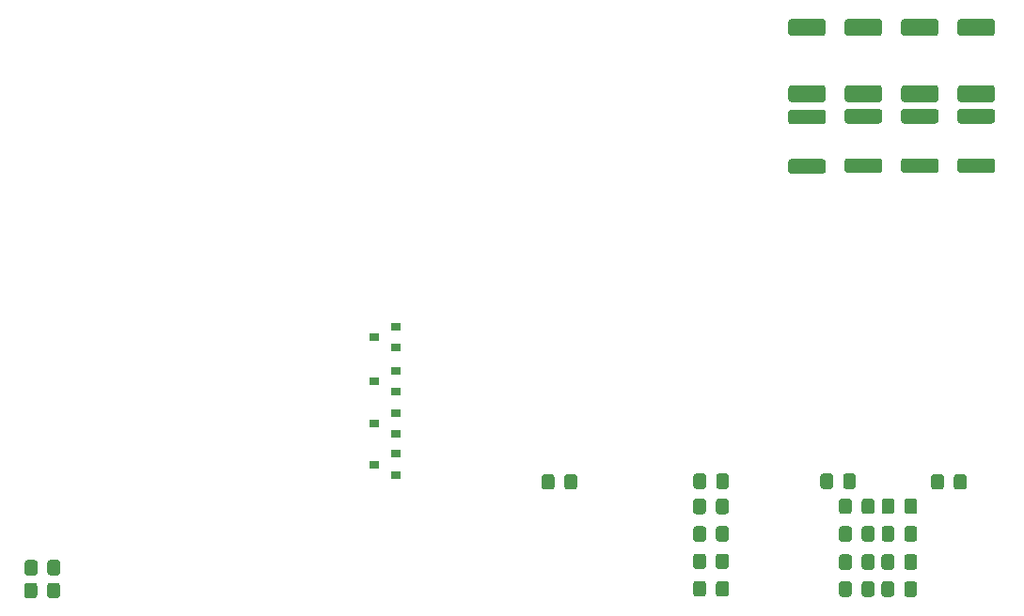
<source format=gbr>
G04 #@! TF.GenerationSoftware,KiCad,Pcbnew,(5.1.6)-1*
G04 #@! TF.CreationDate,2021-10-23T11:58:58+02:00*
G04 #@! TF.ProjectId,hamodule,68616d6f-6475-46c6-952e-6b696361645f,rev?*
G04 #@! TF.SameCoordinates,Original*
G04 #@! TF.FileFunction,Paste,Top*
G04 #@! TF.FilePolarity,Positive*
%FSLAX46Y46*%
G04 Gerber Fmt 4.6, Leading zero omitted, Abs format (unit mm)*
G04 Created by KiCad (PCBNEW (5.1.6)-1) date 2021-10-23 11:58:58*
%MOMM*%
%LPD*%
G01*
G04 APERTURE LIST*
%ADD10R,0.900000X0.800000*%
G04 APERTURE END LIST*
G36*
G01*
X193519100Y-131171101D02*
X193519100Y-130271099D01*
G75*
G02*
X193769099Y-130021100I249999J0D01*
G01*
X194419101Y-130021100D01*
G75*
G02*
X194669100Y-130271099I0J-249999D01*
G01*
X194669100Y-131171101D01*
G75*
G02*
X194419101Y-131421100I-249999J0D01*
G01*
X193769099Y-131421100D01*
G75*
G02*
X193519100Y-131171101I0J249999D01*
G01*
G37*
G36*
G01*
X191469100Y-131171101D02*
X191469100Y-130271099D01*
G75*
G02*
X191719099Y-130021100I249999J0D01*
G01*
X192369101Y-130021100D01*
G75*
G02*
X192619100Y-130271099I0J-249999D01*
G01*
X192619100Y-131171101D01*
G75*
G02*
X192369101Y-131421100I-249999J0D01*
G01*
X191719099Y-131421100D01*
G75*
G02*
X191469100Y-131171101I0J249999D01*
G01*
G37*
G36*
G01*
X120198300Y-136708301D02*
X120198300Y-135808299D01*
G75*
G02*
X120448299Y-135558300I249999J0D01*
G01*
X121098301Y-135558300D01*
G75*
G02*
X121348300Y-135808299I0J-249999D01*
G01*
X121348300Y-136708301D01*
G75*
G02*
X121098301Y-136958300I-249999J0D01*
G01*
X120448299Y-136958300D01*
G75*
G02*
X120198300Y-136708301I0J249999D01*
G01*
G37*
G36*
G01*
X118148300Y-136708301D02*
X118148300Y-135808299D01*
G75*
G02*
X118398299Y-135558300I249999J0D01*
G01*
X119048301Y-135558300D01*
G75*
G02*
X119298300Y-135808299I0J-249999D01*
G01*
X119298300Y-136708301D01*
G75*
G02*
X119048301Y-136958300I-249999J0D01*
G01*
X118398299Y-136958300D01*
G75*
G02*
X118148300Y-136708301I0J249999D01*
G01*
G37*
G36*
G01*
X119272900Y-137865699D02*
X119272900Y-138765701D01*
G75*
G02*
X119022901Y-139015700I-249999J0D01*
G01*
X118372899Y-139015700D01*
G75*
G02*
X118122900Y-138765701I0J249999D01*
G01*
X118122900Y-137865699D01*
G75*
G02*
X118372899Y-137615700I249999J0D01*
G01*
X119022901Y-137615700D01*
G75*
G02*
X119272900Y-137865699I0J-249999D01*
G01*
G37*
G36*
G01*
X121322900Y-137865699D02*
X121322900Y-138765701D01*
G75*
G02*
X121072901Y-139015700I-249999J0D01*
G01*
X120422899Y-139015700D01*
G75*
G02*
X120172900Y-138765701I0J249999D01*
G01*
X120172900Y-137865699D01*
G75*
G02*
X120422899Y-137615700I249999J0D01*
G01*
X121072901Y-137615700D01*
G75*
G02*
X121322900Y-137865699I0J-249999D01*
G01*
G37*
G36*
G01*
X200908500Y-128073999D02*
X200908500Y-128974001D01*
G75*
G02*
X200658501Y-129224000I-249999J0D01*
G01*
X200008499Y-129224000D01*
G75*
G02*
X199758500Y-128974001I0J249999D01*
G01*
X199758500Y-128073999D01*
G75*
G02*
X200008499Y-127824000I249999J0D01*
G01*
X200658501Y-127824000D01*
G75*
G02*
X200908500Y-128073999I0J-249999D01*
G01*
G37*
G36*
G01*
X202958500Y-128073999D02*
X202958500Y-128974001D01*
G75*
G02*
X202708501Y-129224000I-249999J0D01*
G01*
X202058499Y-129224000D01*
G75*
G02*
X201808500Y-128974001I0J249999D01*
G01*
X201808500Y-128073999D01*
G75*
G02*
X202058499Y-127824000I249999J0D01*
G01*
X202708501Y-127824000D01*
G75*
G02*
X202958500Y-128073999I0J-249999D01*
G01*
G37*
G36*
G01*
X190930000Y-128010499D02*
X190930000Y-128910501D01*
G75*
G02*
X190680001Y-129160500I-249999J0D01*
G01*
X190029999Y-129160500D01*
G75*
G02*
X189780000Y-128910501I0J249999D01*
G01*
X189780000Y-128010499D01*
G75*
G02*
X190029999Y-127760500I249999J0D01*
G01*
X190680001Y-127760500D01*
G75*
G02*
X190930000Y-128010499I0J-249999D01*
G01*
G37*
G36*
G01*
X192980000Y-128010499D02*
X192980000Y-128910501D01*
G75*
G02*
X192730001Y-129160500I-249999J0D01*
G01*
X192079999Y-129160500D01*
G75*
G02*
X191830000Y-128910501I0J249999D01*
G01*
X191830000Y-128010499D01*
G75*
G02*
X192079999Y-127760500I249999J0D01*
G01*
X192730001Y-127760500D01*
G75*
G02*
X192980000Y-128010499I0J-249999D01*
G01*
G37*
G36*
G01*
X165847500Y-128073999D02*
X165847500Y-128974001D01*
G75*
G02*
X165597501Y-129224000I-249999J0D01*
G01*
X164947499Y-129224000D01*
G75*
G02*
X164697500Y-128974001I0J249999D01*
G01*
X164697500Y-128073999D01*
G75*
G02*
X164947499Y-127824000I249999J0D01*
G01*
X165597501Y-127824000D01*
G75*
G02*
X165847500Y-128073999I0J-249999D01*
G01*
G37*
G36*
G01*
X167897500Y-128073999D02*
X167897500Y-128974001D01*
G75*
G02*
X167647501Y-129224000I-249999J0D01*
G01*
X166997499Y-129224000D01*
G75*
G02*
X166747500Y-128974001I0J249999D01*
G01*
X166747500Y-128073999D01*
G75*
G02*
X166997499Y-127824000I249999J0D01*
G01*
X167647501Y-127824000D01*
G75*
G02*
X167897500Y-128073999I0J-249999D01*
G01*
G37*
G36*
G01*
X179500000Y-128010499D02*
X179500000Y-128910501D01*
G75*
G02*
X179250001Y-129160500I-249999J0D01*
G01*
X178599999Y-129160500D01*
G75*
G02*
X178350000Y-128910501I0J249999D01*
G01*
X178350000Y-128010499D01*
G75*
G02*
X178599999Y-127760500I249999J0D01*
G01*
X179250001Y-127760500D01*
G75*
G02*
X179500000Y-128010499I0J-249999D01*
G01*
G37*
G36*
G01*
X181550000Y-128010499D02*
X181550000Y-128910501D01*
G75*
G02*
X181300001Y-129160500I-249999J0D01*
G01*
X180649999Y-129160500D01*
G75*
G02*
X180400000Y-128910501I0J249999D01*
G01*
X180400000Y-128010499D01*
G75*
G02*
X180649999Y-127760500I249999J0D01*
G01*
X181300001Y-127760500D01*
G75*
G02*
X181550000Y-128010499I0J-249999D01*
G01*
G37*
G36*
G01*
X193519100Y-133660301D02*
X193519100Y-132760299D01*
G75*
G02*
X193769099Y-132510300I249999J0D01*
G01*
X194419101Y-132510300D01*
G75*
G02*
X194669100Y-132760299I0J-249999D01*
G01*
X194669100Y-133660301D01*
G75*
G02*
X194419101Y-133910300I-249999J0D01*
G01*
X193769099Y-133910300D01*
G75*
G02*
X193519100Y-133660301I0J249999D01*
G01*
G37*
G36*
G01*
X191469100Y-133660301D02*
X191469100Y-132760299D01*
G75*
G02*
X191719099Y-132510300I249999J0D01*
G01*
X192369101Y-132510300D01*
G75*
G02*
X192619100Y-132760299I0J-249999D01*
G01*
X192619100Y-133660301D01*
G75*
G02*
X192369101Y-133910300I-249999J0D01*
G01*
X191719099Y-133910300D01*
G75*
G02*
X191469100Y-133660301I0J249999D01*
G01*
G37*
G36*
G01*
X193519100Y-136200301D02*
X193519100Y-135300299D01*
G75*
G02*
X193769099Y-135050300I249999J0D01*
G01*
X194419101Y-135050300D01*
G75*
G02*
X194669100Y-135300299I0J-249999D01*
G01*
X194669100Y-136200301D01*
G75*
G02*
X194419101Y-136450300I-249999J0D01*
G01*
X193769099Y-136450300D01*
G75*
G02*
X193519100Y-136200301I0J249999D01*
G01*
G37*
G36*
G01*
X191469100Y-136200301D02*
X191469100Y-135300299D01*
G75*
G02*
X191719099Y-135050300I249999J0D01*
G01*
X192369101Y-135050300D01*
G75*
G02*
X192619100Y-135300299I0J-249999D01*
G01*
X192619100Y-136200301D01*
G75*
G02*
X192369101Y-136450300I-249999J0D01*
G01*
X191719099Y-136450300D01*
G75*
G02*
X191469100Y-136200301I0J249999D01*
G01*
G37*
G36*
G01*
X193519100Y-138638701D02*
X193519100Y-137738699D01*
G75*
G02*
X193769099Y-137488700I249999J0D01*
G01*
X194419101Y-137488700D01*
G75*
G02*
X194669100Y-137738699I0J-249999D01*
G01*
X194669100Y-138638701D01*
G75*
G02*
X194419101Y-138888700I-249999J0D01*
G01*
X193769099Y-138888700D01*
G75*
G02*
X193519100Y-138638701I0J249999D01*
G01*
G37*
G36*
G01*
X191469100Y-138638701D02*
X191469100Y-137738699D01*
G75*
G02*
X191719099Y-137488700I249999J0D01*
G01*
X192369101Y-137488700D01*
G75*
G02*
X192619100Y-137738699I0J-249999D01*
G01*
X192619100Y-138638701D01*
G75*
G02*
X192369101Y-138888700I-249999J0D01*
G01*
X191719099Y-138888700D01*
G75*
G02*
X191469100Y-138638701I0J249999D01*
G01*
G37*
D10*
X149606000Y-126943500D03*
X151606000Y-125993500D03*
X151606000Y-127893500D03*
X149606000Y-123243500D03*
X151606000Y-122293500D03*
X151606000Y-124193500D03*
X149606000Y-119443500D03*
X151606000Y-118493500D03*
X151606000Y-120393500D03*
X149606000Y-115443000D03*
X151606000Y-114493000D03*
X151606000Y-116393000D03*
G36*
G01*
X202377500Y-99355500D02*
X205277500Y-99355500D01*
G75*
G02*
X205527500Y-99605500I0J-250000D01*
G01*
X205527500Y-100405500D01*
G75*
G02*
X205277500Y-100655500I-250000J0D01*
G01*
X202377500Y-100655500D01*
G75*
G02*
X202127500Y-100405500I0J250000D01*
G01*
X202127500Y-99605500D01*
G75*
G02*
X202377500Y-99355500I250000J0D01*
G01*
G37*
G36*
G01*
X202377500Y-94905500D02*
X205277500Y-94905500D01*
G75*
G02*
X205527500Y-95155500I0J-250000D01*
G01*
X205527500Y-95955500D01*
G75*
G02*
X205277500Y-96205500I-250000J0D01*
G01*
X202377500Y-96205500D01*
G75*
G02*
X202127500Y-95955500I0J250000D01*
G01*
X202127500Y-95155500D01*
G75*
G02*
X202377500Y-94905500I250000J0D01*
G01*
G37*
G36*
G01*
X197297500Y-99355500D02*
X200197500Y-99355500D01*
G75*
G02*
X200447500Y-99605500I0J-250000D01*
G01*
X200447500Y-100405500D01*
G75*
G02*
X200197500Y-100655500I-250000J0D01*
G01*
X197297500Y-100655500D01*
G75*
G02*
X197047500Y-100405500I0J250000D01*
G01*
X197047500Y-99605500D01*
G75*
G02*
X197297500Y-99355500I250000J0D01*
G01*
G37*
G36*
G01*
X197297500Y-94905500D02*
X200197500Y-94905500D01*
G75*
G02*
X200447500Y-95155500I0J-250000D01*
G01*
X200447500Y-95955500D01*
G75*
G02*
X200197500Y-96205500I-250000J0D01*
G01*
X197297500Y-96205500D01*
G75*
G02*
X197047500Y-95955500I0J250000D01*
G01*
X197047500Y-95155500D01*
G75*
G02*
X197297500Y-94905500I250000J0D01*
G01*
G37*
G36*
G01*
X192217500Y-99355500D02*
X195117500Y-99355500D01*
G75*
G02*
X195367500Y-99605500I0J-250000D01*
G01*
X195367500Y-100405500D01*
G75*
G02*
X195117500Y-100655500I-250000J0D01*
G01*
X192217500Y-100655500D01*
G75*
G02*
X191967500Y-100405500I0J250000D01*
G01*
X191967500Y-99605500D01*
G75*
G02*
X192217500Y-99355500I250000J0D01*
G01*
G37*
G36*
G01*
X192217500Y-94905500D02*
X195117500Y-94905500D01*
G75*
G02*
X195367500Y-95155500I0J-250000D01*
G01*
X195367500Y-95955500D01*
G75*
G02*
X195117500Y-96205500I-250000J0D01*
G01*
X192217500Y-96205500D01*
G75*
G02*
X191967500Y-95955500I0J250000D01*
G01*
X191967500Y-95155500D01*
G75*
G02*
X192217500Y-94905500I250000J0D01*
G01*
G37*
G36*
G01*
X187137500Y-99419000D02*
X190037500Y-99419000D01*
G75*
G02*
X190287500Y-99669000I0J-250000D01*
G01*
X190287500Y-100469000D01*
G75*
G02*
X190037500Y-100719000I-250000J0D01*
G01*
X187137500Y-100719000D01*
G75*
G02*
X186887500Y-100469000I0J250000D01*
G01*
X186887500Y-99669000D01*
G75*
G02*
X187137500Y-99419000I250000J0D01*
G01*
G37*
G36*
G01*
X187137500Y-94969000D02*
X190037500Y-94969000D01*
G75*
G02*
X190287500Y-95219000I0J-250000D01*
G01*
X190287500Y-96019000D01*
G75*
G02*
X190037500Y-96269000I-250000J0D01*
G01*
X187137500Y-96269000D01*
G75*
G02*
X186887500Y-96019000I0J250000D01*
G01*
X186887500Y-95219000D01*
G75*
G02*
X187137500Y-94969000I250000J0D01*
G01*
G37*
G36*
G01*
X197358500Y-131171101D02*
X197358500Y-130271099D01*
G75*
G02*
X197608499Y-130021100I249999J0D01*
G01*
X198258501Y-130021100D01*
G75*
G02*
X198508500Y-130271099I0J-249999D01*
G01*
X198508500Y-131171101D01*
G75*
G02*
X198258501Y-131421100I-249999J0D01*
G01*
X197608499Y-131421100D01*
G75*
G02*
X197358500Y-131171101I0J249999D01*
G01*
G37*
G36*
G01*
X195308500Y-131171101D02*
X195308500Y-130271099D01*
G75*
G02*
X195558499Y-130021100I249999J0D01*
G01*
X196208501Y-130021100D01*
G75*
G02*
X196458500Y-130271099I0J-249999D01*
G01*
X196458500Y-131171101D01*
G75*
G02*
X196208501Y-131421100I-249999J0D01*
G01*
X195558499Y-131421100D01*
G75*
G02*
X195308500Y-131171101I0J249999D01*
G01*
G37*
G36*
G01*
X197358500Y-133657001D02*
X197358500Y-132756999D01*
G75*
G02*
X197608499Y-132507000I249999J0D01*
G01*
X198258501Y-132507000D01*
G75*
G02*
X198508500Y-132756999I0J-249999D01*
G01*
X198508500Y-133657001D01*
G75*
G02*
X198258501Y-133907000I-249999J0D01*
G01*
X197608499Y-133907000D01*
G75*
G02*
X197358500Y-133657001I0J249999D01*
G01*
G37*
G36*
G01*
X195308500Y-133657001D02*
X195308500Y-132756999D01*
G75*
G02*
X195558499Y-132507000I249999J0D01*
G01*
X196208501Y-132507000D01*
G75*
G02*
X196458500Y-132756999I0J-249999D01*
G01*
X196458500Y-133657001D01*
G75*
G02*
X196208501Y-133907000I-249999J0D01*
G01*
X195558499Y-133907000D01*
G75*
G02*
X195308500Y-133657001I0J249999D01*
G01*
G37*
G36*
G01*
X197347100Y-136200301D02*
X197347100Y-135300299D01*
G75*
G02*
X197597099Y-135050300I249999J0D01*
G01*
X198247101Y-135050300D01*
G75*
G02*
X198497100Y-135300299I0J-249999D01*
G01*
X198497100Y-136200301D01*
G75*
G02*
X198247101Y-136450300I-249999J0D01*
G01*
X197597099Y-136450300D01*
G75*
G02*
X197347100Y-136200301I0J249999D01*
G01*
G37*
G36*
G01*
X195297100Y-136200301D02*
X195297100Y-135300299D01*
G75*
G02*
X195547099Y-135050300I249999J0D01*
G01*
X196197101Y-135050300D01*
G75*
G02*
X196447100Y-135300299I0J-249999D01*
G01*
X196447100Y-136200301D01*
G75*
G02*
X196197101Y-136450300I-249999J0D01*
G01*
X195547099Y-136450300D01*
G75*
G02*
X195297100Y-136200301I0J249999D01*
G01*
G37*
G36*
G01*
X197347100Y-138638701D02*
X197347100Y-137738699D01*
G75*
G02*
X197597099Y-137488700I249999J0D01*
G01*
X198247101Y-137488700D01*
G75*
G02*
X198497100Y-137738699I0J-249999D01*
G01*
X198497100Y-138638701D01*
G75*
G02*
X198247101Y-138888700I-249999J0D01*
G01*
X197597099Y-138888700D01*
G75*
G02*
X197347100Y-138638701I0J249999D01*
G01*
G37*
G36*
G01*
X195297100Y-138638701D02*
X195297100Y-137738699D01*
G75*
G02*
X195547099Y-137488700I249999J0D01*
G01*
X196197101Y-137488700D01*
G75*
G02*
X196447100Y-137738699I0J-249999D01*
G01*
X196447100Y-138638701D01*
G75*
G02*
X196197101Y-138888700I-249999J0D01*
G01*
X195547099Y-138888700D01*
G75*
G02*
X195297100Y-138638701I0J249999D01*
G01*
G37*
G36*
G01*
X179495000Y-137709999D02*
X179495000Y-138610001D01*
G75*
G02*
X179245001Y-138860000I-249999J0D01*
G01*
X178594999Y-138860000D01*
G75*
G02*
X178345000Y-138610001I0J249999D01*
G01*
X178345000Y-137709999D01*
G75*
G02*
X178594999Y-137460000I249999J0D01*
G01*
X179245001Y-137460000D01*
G75*
G02*
X179495000Y-137709999I0J-249999D01*
G01*
G37*
G36*
G01*
X181545000Y-137709999D02*
X181545000Y-138610001D01*
G75*
G02*
X181295001Y-138860000I-249999J0D01*
G01*
X180644999Y-138860000D01*
G75*
G02*
X180395000Y-138610001I0J249999D01*
G01*
X180395000Y-137709999D01*
G75*
G02*
X180644999Y-137460000I249999J0D01*
G01*
X181295001Y-137460000D01*
G75*
G02*
X181545000Y-137709999I0J-249999D01*
G01*
G37*
G36*
G01*
X179486000Y-135233499D02*
X179486000Y-136133501D01*
G75*
G02*
X179236001Y-136383500I-249999J0D01*
G01*
X178585999Y-136383500D01*
G75*
G02*
X178336000Y-136133501I0J249999D01*
G01*
X178336000Y-135233499D01*
G75*
G02*
X178585999Y-134983500I249999J0D01*
G01*
X179236001Y-134983500D01*
G75*
G02*
X179486000Y-135233499I0J-249999D01*
G01*
G37*
G36*
G01*
X181536000Y-135233499D02*
X181536000Y-136133501D01*
G75*
G02*
X181286001Y-136383500I-249999J0D01*
G01*
X180635999Y-136383500D01*
G75*
G02*
X180386000Y-136133501I0J249999D01*
G01*
X180386000Y-135233499D01*
G75*
G02*
X180635999Y-134983500I249999J0D01*
G01*
X181286001Y-134983500D01*
G75*
G02*
X181536000Y-135233499I0J-249999D01*
G01*
G37*
G36*
G01*
X179495000Y-132756999D02*
X179495000Y-133657001D01*
G75*
G02*
X179245001Y-133907000I-249999J0D01*
G01*
X178594999Y-133907000D01*
G75*
G02*
X178345000Y-133657001I0J249999D01*
G01*
X178345000Y-132756999D01*
G75*
G02*
X178594999Y-132507000I249999J0D01*
G01*
X179245001Y-132507000D01*
G75*
G02*
X179495000Y-132756999I0J-249999D01*
G01*
G37*
G36*
G01*
X181545000Y-132756999D02*
X181545000Y-133657001D01*
G75*
G02*
X181295001Y-133907000I-249999J0D01*
G01*
X180644999Y-133907000D01*
G75*
G02*
X180395000Y-133657001I0J249999D01*
G01*
X180395000Y-132756999D01*
G75*
G02*
X180644999Y-132507000I249999J0D01*
G01*
X181295001Y-132507000D01*
G75*
G02*
X181545000Y-132756999I0J-249999D01*
G01*
G37*
G36*
G01*
X179486000Y-130280499D02*
X179486000Y-131180501D01*
G75*
G02*
X179236001Y-131430500I-249999J0D01*
G01*
X178585999Y-131430500D01*
G75*
G02*
X178336000Y-131180501I0J249999D01*
G01*
X178336000Y-130280499D01*
G75*
G02*
X178585999Y-130030500I249999J0D01*
G01*
X179236001Y-130030500D01*
G75*
G02*
X179486000Y-130280499I0J-249999D01*
G01*
G37*
G36*
G01*
X181536000Y-130280499D02*
X181536000Y-131180501D01*
G75*
G02*
X181286001Y-131430500I-249999J0D01*
G01*
X180635999Y-131430500D01*
G75*
G02*
X180386000Y-131180501I0J249999D01*
G01*
X180386000Y-130280499D01*
G75*
G02*
X180635999Y-130030500I249999J0D01*
G01*
X181286001Y-130030500D01*
G75*
G02*
X181536000Y-130280499I0J-249999D01*
G01*
G37*
G36*
G01*
X187162499Y-92761000D02*
X190012501Y-92761000D01*
G75*
G02*
X190262500Y-93010999I0J-249999D01*
G01*
X190262500Y-94036001D01*
G75*
G02*
X190012501Y-94286000I-249999J0D01*
G01*
X187162499Y-94286000D01*
G75*
G02*
X186912500Y-94036001I0J249999D01*
G01*
X186912500Y-93010999D01*
G75*
G02*
X187162499Y-92761000I249999J0D01*
G01*
G37*
G36*
G01*
X187162499Y-86786000D02*
X190012501Y-86786000D01*
G75*
G02*
X190262500Y-87035999I0J-249999D01*
G01*
X190262500Y-88061001D01*
G75*
G02*
X190012501Y-88311000I-249999J0D01*
G01*
X187162499Y-88311000D01*
G75*
G02*
X186912500Y-88061001I0J249999D01*
G01*
X186912500Y-87035999D01*
G75*
G02*
X187162499Y-86786000I249999J0D01*
G01*
G37*
G36*
G01*
X192242499Y-92761000D02*
X195092501Y-92761000D01*
G75*
G02*
X195342500Y-93010999I0J-249999D01*
G01*
X195342500Y-94036001D01*
G75*
G02*
X195092501Y-94286000I-249999J0D01*
G01*
X192242499Y-94286000D01*
G75*
G02*
X191992500Y-94036001I0J249999D01*
G01*
X191992500Y-93010999D01*
G75*
G02*
X192242499Y-92761000I249999J0D01*
G01*
G37*
G36*
G01*
X192242499Y-86786000D02*
X195092501Y-86786000D01*
G75*
G02*
X195342500Y-87035999I0J-249999D01*
G01*
X195342500Y-88061001D01*
G75*
G02*
X195092501Y-88311000I-249999J0D01*
G01*
X192242499Y-88311000D01*
G75*
G02*
X191992500Y-88061001I0J249999D01*
G01*
X191992500Y-87035999D01*
G75*
G02*
X192242499Y-86786000I249999J0D01*
G01*
G37*
G36*
G01*
X197322499Y-92761000D02*
X200172501Y-92761000D01*
G75*
G02*
X200422500Y-93010999I0J-249999D01*
G01*
X200422500Y-94036001D01*
G75*
G02*
X200172501Y-94286000I-249999J0D01*
G01*
X197322499Y-94286000D01*
G75*
G02*
X197072500Y-94036001I0J249999D01*
G01*
X197072500Y-93010999D01*
G75*
G02*
X197322499Y-92761000I249999J0D01*
G01*
G37*
G36*
G01*
X197322499Y-86786000D02*
X200172501Y-86786000D01*
G75*
G02*
X200422500Y-87035999I0J-249999D01*
G01*
X200422500Y-88061001D01*
G75*
G02*
X200172501Y-88311000I-249999J0D01*
G01*
X197322499Y-88311000D01*
G75*
G02*
X197072500Y-88061001I0J249999D01*
G01*
X197072500Y-87035999D01*
G75*
G02*
X197322499Y-86786000I249999J0D01*
G01*
G37*
G36*
G01*
X202402499Y-92761000D02*
X205252501Y-92761000D01*
G75*
G02*
X205502500Y-93010999I0J-249999D01*
G01*
X205502500Y-94036001D01*
G75*
G02*
X205252501Y-94286000I-249999J0D01*
G01*
X202402499Y-94286000D01*
G75*
G02*
X202152500Y-94036001I0J249999D01*
G01*
X202152500Y-93010999D01*
G75*
G02*
X202402499Y-92761000I249999J0D01*
G01*
G37*
G36*
G01*
X202402499Y-86786000D02*
X205252501Y-86786000D01*
G75*
G02*
X205502500Y-87035999I0J-249999D01*
G01*
X205502500Y-88061001D01*
G75*
G02*
X205252501Y-88311000I-249999J0D01*
G01*
X202402499Y-88311000D01*
G75*
G02*
X202152500Y-88061001I0J249999D01*
G01*
X202152500Y-87035999D01*
G75*
G02*
X202402499Y-86786000I249999J0D01*
G01*
G37*
M02*

</source>
